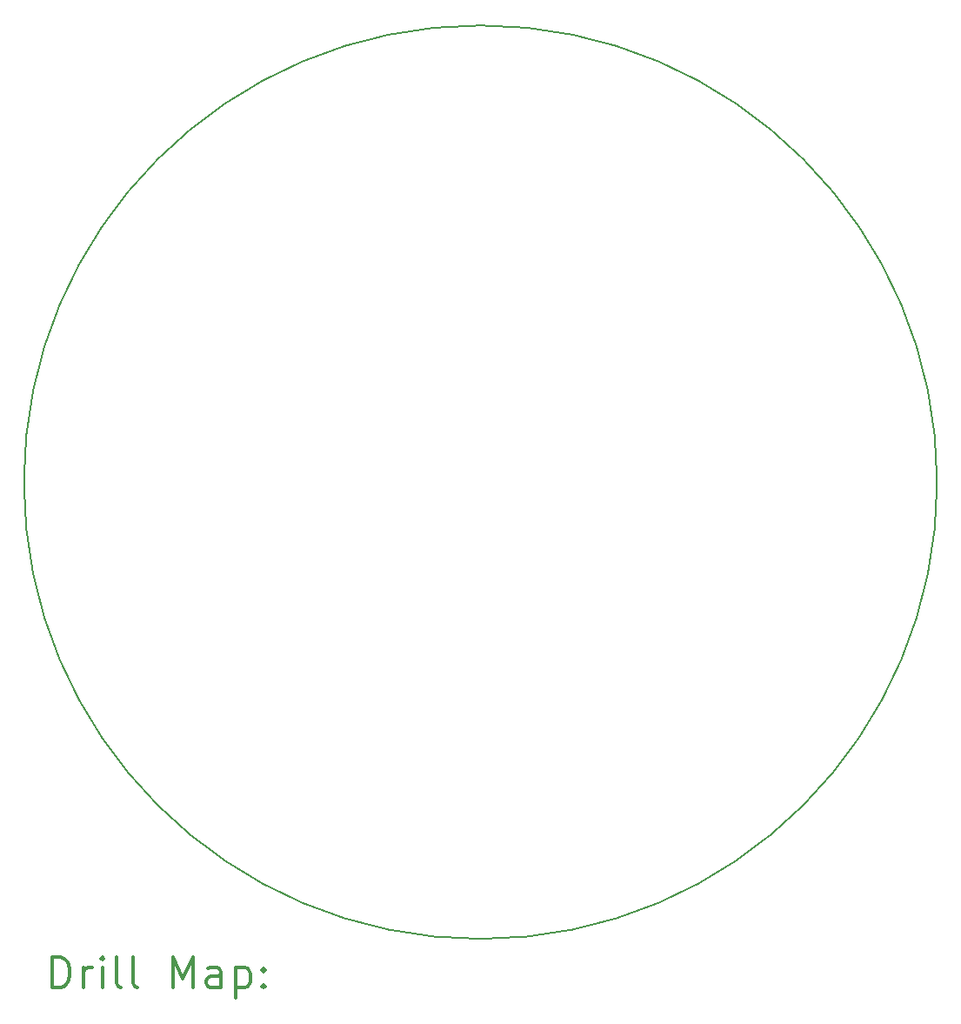
<source format=gbr>
%FSLAX45Y45*%
G04 Gerber Fmt 4.5, Leading zero omitted, Abs format (unit mm)*
G04 Created by KiCad (PCBNEW (5.0.0)) date 01/27/19 21:54:23*
%MOMM*%
%LPD*%
G01*
G04 APERTURE LIST*
%ADD10C,0.200000*%
%ADD11C,0.300000*%
G04 APERTURE END LIST*
D10*
X18415000Y-10795000D02*
G75*
G03X18415000Y-10795000I-4445000J0D01*
G01*
D10*
D11*
X9801428Y-15715714D02*
X9801428Y-15415714D01*
X9872857Y-15415714D01*
X9915714Y-15430000D01*
X9944286Y-15458571D01*
X9958571Y-15487143D01*
X9972857Y-15544286D01*
X9972857Y-15587143D01*
X9958571Y-15644286D01*
X9944286Y-15672857D01*
X9915714Y-15701429D01*
X9872857Y-15715714D01*
X9801428Y-15715714D01*
X10101428Y-15715714D02*
X10101428Y-15515714D01*
X10101428Y-15572857D02*
X10115714Y-15544286D01*
X10130000Y-15530000D01*
X10158571Y-15515714D01*
X10187143Y-15515714D01*
X10287143Y-15715714D02*
X10287143Y-15515714D01*
X10287143Y-15415714D02*
X10272857Y-15430000D01*
X10287143Y-15444286D01*
X10301428Y-15430000D01*
X10287143Y-15415714D01*
X10287143Y-15444286D01*
X10472857Y-15715714D02*
X10444286Y-15701429D01*
X10430000Y-15672857D01*
X10430000Y-15415714D01*
X10630000Y-15715714D02*
X10601428Y-15701429D01*
X10587143Y-15672857D01*
X10587143Y-15415714D01*
X10972857Y-15715714D02*
X10972857Y-15415714D01*
X11072857Y-15630000D01*
X11172857Y-15415714D01*
X11172857Y-15715714D01*
X11444286Y-15715714D02*
X11444286Y-15558571D01*
X11430000Y-15530000D01*
X11401428Y-15515714D01*
X11344286Y-15515714D01*
X11315714Y-15530000D01*
X11444286Y-15701429D02*
X11415714Y-15715714D01*
X11344286Y-15715714D01*
X11315714Y-15701429D01*
X11301428Y-15672857D01*
X11301428Y-15644286D01*
X11315714Y-15615714D01*
X11344286Y-15601429D01*
X11415714Y-15601429D01*
X11444286Y-15587143D01*
X11587143Y-15515714D02*
X11587143Y-15815714D01*
X11587143Y-15530000D02*
X11615714Y-15515714D01*
X11672857Y-15515714D01*
X11701428Y-15530000D01*
X11715714Y-15544286D01*
X11730000Y-15572857D01*
X11730000Y-15658571D01*
X11715714Y-15687143D01*
X11701428Y-15701429D01*
X11672857Y-15715714D01*
X11615714Y-15715714D01*
X11587143Y-15701429D01*
X11858571Y-15687143D02*
X11872857Y-15701429D01*
X11858571Y-15715714D01*
X11844286Y-15701429D01*
X11858571Y-15687143D01*
X11858571Y-15715714D01*
X11858571Y-15530000D02*
X11872857Y-15544286D01*
X11858571Y-15558571D01*
X11844286Y-15544286D01*
X11858571Y-15530000D01*
X11858571Y-15558571D01*
M02*

</source>
